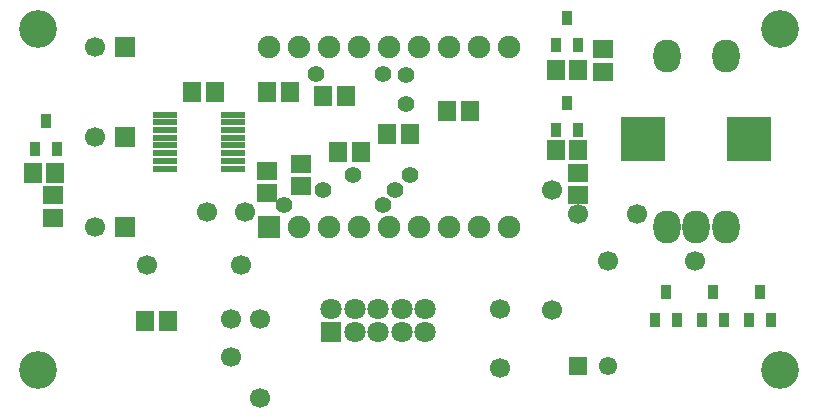
<source format=gbr>
G04 DipTrace 2.4.0.2*
%INpanel_BottomMask.gbr*%
%MOMM*%
%ADD31R,1.7X1.7*%
%ADD40C,3.2*%
%ADD45C,1.4*%
%ADD47C,1.7*%
%ADD49R,3.8X3.8*%
%ADD51O,2.3X2.8*%
%ADD53R,1.7X1.5*%
%ADD55C,1.8*%
%ADD56R,2.0X0.6*%
%ADD58R,1.9X1.9*%
%ADD59C,1.9*%
%ADD61R,0.85X1.25*%
%ADD64C,1.55*%
%ADD66R,1.55X1.55*%
%ADD68R,1.5X1.7*%
%FSLAX53Y53*%
G04*
G71*
G90*
G75*
G01*
%LNBotMask*%
%LPD*%
D47*
X27147Y26829D3*
X30322D3*
X61123Y22701D3*
X68426D3*
X63504Y26671D3*
X58583D3*
X30005Y22384D3*
X22066D3*
X29211Y17780D3*
Y14604D3*
D45*
X43978Y38423D3*
Y36042D3*
X44296Y30010D3*
X39533D3*
X43026Y28740D3*
X36993D3*
X33656Y27478D3*
X42065D3*
X36358Y38582D3*
X42073D3*
D47*
X56361Y28740D3*
Y18580D3*
X51914Y13652D3*
Y18675D3*
X31592Y11111D3*
Y17780D3*
D68*
X21913Y17621D3*
X23813D3*
D66*
X58583Y13810D3*
D64*
X61083D3*
D47*
X17626Y40805D3*
D31*
X20166D3*
D47*
X17626Y33185D3*
D31*
X20166D3*
D47*
X17626Y25565D3*
D31*
X20166D3*
D61*
X66956Y17744D3*
X65056D3*
X66006Y20044D3*
X70925Y17744D3*
X69025D3*
X69975Y20044D3*
X74894Y17744D3*
X72994D3*
X73944Y20044D3*
D59*
X32386Y40801D3*
X34926Y25561D3*
X37466D3*
X42546D3*
X45086D3*
X47626D3*
X50166D3*
X52706Y40801D3*
Y25561D3*
X40006D3*
X34926Y40801D3*
X40006D3*
X42546D3*
X45086D3*
X47626D3*
X50166D3*
X37466D3*
D58*
X32386Y25561D3*
D56*
X29373Y35090D3*
Y34440D3*
Y33790D3*
Y33140D3*
Y32490D3*
Y31840D3*
Y31190D3*
Y30540D3*
X23573D3*
Y31190D3*
Y31840D3*
Y32490D3*
Y33140D3*
Y33790D3*
Y34440D3*
Y35090D3*
D31*
X37628Y16675D3*
D55*
Y18675D3*
X39628Y16675D3*
Y18675D3*
X41628D3*
Y16675D3*
X43628D3*
Y18675D3*
X45628Y16675D3*
Y18675D3*
D61*
X58583Y40964D3*
X56683D3*
X57633Y43264D3*
X58583Y33820D3*
X56683D3*
X57633Y36120D3*
X14451Y32232D3*
X12551D3*
X13501Y34532D3*
D68*
X25881Y36995D3*
X27781D3*
X32231D3*
X34131D3*
X36993Y36677D3*
X38893D3*
X47471Y35407D3*
X49371D3*
X42391Y33502D3*
X44291D3*
X38263Y31915D3*
X40163D3*
D53*
X35088Y30962D3*
Y29062D3*
X32231Y30327D3*
Y28427D3*
X60647Y40646D3*
Y38746D3*
X58583Y30163D3*
Y28263D3*
X14128Y28258D3*
Y26358D3*
D68*
X58583Y38896D3*
X56683D3*
X58583Y32069D3*
X56683D3*
X14282Y30163D3*
X12382D3*
D51*
X66045Y25565D3*
X68545D3*
X71045D3*
X66045Y40065D3*
X71045D3*
D49*
X64045Y33065D3*
X73045D3*
D40*
X12863Y42392D3*
Y13500D3*
X75629D3*
Y42393D3*
M02*

</source>
